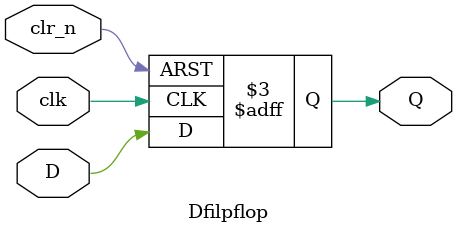
<source format=v>
/* D Flip-Flop */
module Dfilpflop (
    input wire clk, 
    input wire clr_n,
    input wire D, 
    output reg Q
);

always @ (posedge clk or posedge clr_n) begin
    if (clr_n == 1)
        Q <= 0;
    else
        Q <= D;
end 
    
endmodule

</source>
